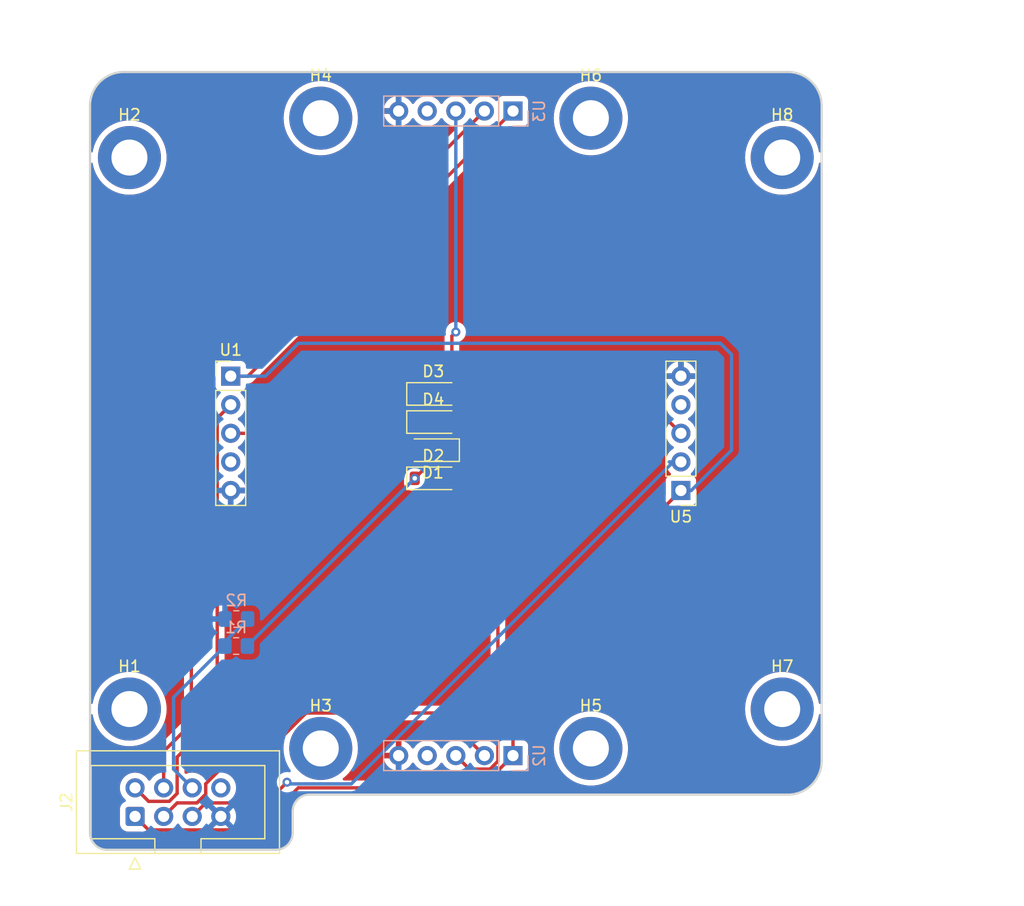
<source format=kicad_pcb>
(kicad_pcb (version 20240108) (generator "pcbnew") (generator_version "8.0")
  (layers (0 "F.Cu" signal) (31 "B.Cu" signal) (34 "B.Paste" user) (35 "F.Paste" user) (36 "B.SilkS" user "B.Silkscreen") (37 "F.SilkS" user "F.Silkscreen") (38 "B.Mask" user) (39 "F.Mask" user) (44 "Edge.Cuts" user))
  (net 0 "")
  (net 1 "5V")
  (net 2 "GND")
  (net 3 "TRIG1")
  (net 4 "TRIG2")
  (net 5 "TRIG3")
  (net 6 "TRIG4")
  (net 7 "Net-(D1-A)")
  (net 12 "ECHO")
  (net 13 "Net-(D2-A)")
  (net 14 "Net-(D3-A)")
  (net 15 "Net-(D4-A)")
  (net 16 "Net-(J2-Pin_6)")
  (footprint "MountingHole:MountingHole_3.2mm_M3_DIN965_Pad" (layer "F.Cu") (at 29.5 58.5)
    (property "Reference" "H5" (at 0 -3.8 0) (layer "F.SilkS"))
    (property "Value" "MountingHole")
    (pad "1" thru_hole circle (at 0 0) (size 5.6 5.6) (drill 3.2) (layers "*.Cu" "*.Mask"))
  )
  (footprint "Diode_SMD:D_SOD-123" (layer "F.Cu") (at 15.5 29.5)
    (property "Reference" "D4" (at 0 -2 360) (layer "F.SilkS"))
    (property "Value" "1N4148WT")
    (fp_line (start -2.36 -1) (end -2.36 1) (stroke (width 0.12)) (layer "F.SilkS"))
    (fp_line (start -2.36 -1) (end 1.65 -1) (stroke (width 0.12)) (layer "F.SilkS"))
    (fp_line (start -2.36 1) (end 1.65 1) (stroke (width 0.12)) (layer "F.SilkS"))
    (pad "1" smd roundrect (at -1.65 0) (size 0.9 1.2) (layers "F.Cu" "F.Paste" "F.Mask") (net 12 "ECHO"))
    (pad "2" smd roundrect (at 1.65 0) (size 0.9 1.2) (layers "F.Cu" "F.Paste" "F.Mask") (net 15 "Net-(D4-A)"))
  )
  (footprint "Diode_SMD:D_SOD-123" (layer "F.Cu") (at 15.5 34.5)
    (property "Reference" "D2" (at 0 -2 360) (layer "F.SilkS"))
    (property "Value" "1N4148WT")
    (fp_line (start -2.36 -1) (end -2.36 1) (stroke (width 0.12)) (layer "F.SilkS"))
    (fp_line (start -2.36 -1) (end 1.65 -1) (stroke (width 0.12)) (layer "F.SilkS"))
    (fp_line (start -2.36 1) (end 1.65 1) (stroke (width 0.12)) (layer "F.SilkS"))
    (pad "1" smd roundrect (at -1.65 0) (size 0.9 1.2) (layers "F.Cu" "F.Paste" "F.Mask") (net 12 "ECHO"))
    (pad "2" smd roundrect (at 1.65 0) (size 0.9 1.2) (layers "F.Cu" "F.Paste" "F.Mask") (net 13 "Net-(D2-A)"))
  )
  (footprint "Diode_SMD:D_SOD-123" (layer "F.Cu") (at 15.5 27)
    (property "Reference" "D3" (at 0 -2 360) (layer "F.SilkS"))
    (property "Value" "1N4148WT")
    (fp_line (start -2.36 -1) (end -2.36 1) (stroke (width 0.12)) (layer "F.SilkS"))
    (fp_line (start -2.36 -1) (end 1.65 -1) (stroke (width 0.12)) (layer "F.SilkS"))
    (fp_line (start -2.36 1) (end 1.65 1) (stroke (width 0.12)) (layer "F.SilkS"))
    (pad "1" smd roundrect (at -1.65 0) (size 0.9 1.2) (layers "F.Cu" "F.Paste" "F.Mask") (net 12 "ECHO"))
    (pad "2" smd roundrect (at 1.65 0) (size 0.9 1.2) (layers "F.Cu" "F.Paste" "F.Mask") (net 14 "Net-(D3-A)"))
  )
  (footprint "MountingHole:MountingHole_3.2mm_M3_DIN965_Pad" (layer "F.Cu") (at 46.5 6)
    (property "Reference" "H8" (at 0 -3.8 0) (layer "F.SilkS"))
    (property "Value" "MountingHole")
    (pad "1" thru_hole circle (at 0 0) (size 5.6 5.6) (drill 3.2) (layers "*.Cu" "*.Mask"))
  )
  (footprint "MountingHole:MountingHole_3.2mm_M3_DIN965_Pad" (layer "F.Cu") (at 29.5 2.5)
    (property "Reference" "H6" (at 0 -3.8 0) (layer "F.SilkS"))
    (property "Value" "MountingHole")
    (pad "1" thru_hole circle (at 0 0) (size 5.6 5.6) (drill 3.2) (layers "*.Cu" "*.Mask"))
  )
  (footprint "Connector_PinHeader_2.54mm:PinHeader_1x05_P2.54mm_Vertical" (layer "F.Cu") (at 37.5 35.58 180)
    (property "Reference" "U5" (at 0 -2.33 180) (layer "F.SilkS"))
    (property "Value" "~")
    (fp_line (start 1.33 1.27) (end 1.33 11.49) (stroke (width 0.12)) (layer "F.SilkS"))
    (fp_line (start -1.33 11.49) (end 1.33 11.49) (stroke (width 0.12)) (layer "F.SilkS"))
    (fp_line (start -1.33 1.27) (end 1.33 1.27) (stroke (width 0.12)) (layer "F.SilkS"))
    (fp_line (start -1.33 1.27) (end -1.33 11.49) (stroke (width 0.12)) (layer "F.SilkS"))
    (fp_line (start -1.33 0) (end -1.33 -1.33) (stroke (width 0.12)) (layer "F.SilkS"))
    (fp_line (start -1.33 -1.33) (end 0 -1.33) (stroke (width 0.12)) (layer "F.SilkS"))
    (pad "1" thru_hole rect (at 0 0 180) (size 1.7 1.7) (drill 1) (layers "*.Cu" "*.Mask") (net 1 "5V"))
    (pad "2" thru_hole oval (at 0 2.54 180) (size 1.7 1.7) (drill 1) (layers "*.Cu" "*.Mask") (net 6 "TRIG4"))
    (pad "3" thru_hole oval (at 0 5.08 180) (size 1.7 1.7) (drill 1) (layers "*.Cu" "*.Mask") (net 15 "Net-(D4-A)"))
    (pad "4" thru_hole oval (at 0 7.62 180) (size 1.7 1.7) (drill 1) (layers "*.Cu" "*.Mask"))
    (pad "5" thru_hole oval (at 0 10.16 180) (size 1.7 1.7) (drill 1) (layers "*.Cu" "*.Mask") (net 2 "GND"))
  )
  (footprint "MountingHole:MountingHole_3.2mm_M3_DIN965_Pad" (layer "F.Cu") (at -11.5 55)
    (property "Reference" "H1" (at 0 -3.8 0) (layer "F.SilkS"))
    (property "Value" "MountingHole")
    (pad "1" thru_hole circle (at 0 0) (size 5.6 5.6) (drill 3.2) (layers "*.Cu" "*.Mask"))
  )
  (footprint "MountingHole:MountingHole_3.2mm_M3_DIN965_Pad" (layer "F.Cu") (at 5.5 2.5)
    (property "Reference" "H4" (at 0 -3.8 0) (layer "F.SilkS"))
    (property "Value" "MountingHole")
    (pad "1" thru_hole circle (at 0 0) (size 5.6 5.6) (drill 3.2) (layers "*.Cu" "*.Mask"))
  )
  (footprint "Diode_SMD:D_SOD-123" (layer "F.Cu") (at 15.455 32 180)
    (property "Reference" "D1" (at 0 -2 180) (layer "F.SilkS"))
    (property "Value" "1N4148WT")
    (fp_line (start -2.36 1) (end 1.65 1) (stroke (width 0.12)) (layer "F.SilkS"))
    (fp_line (start -2.36 -1) (end 1.65 -1) (stroke (width 0.12)) (layer "F.SilkS"))
    (fp_line (start -2.36 -1) (end -2.36 1) (stroke (width 0.12)) (layer "F.SilkS"))
    (pad "1" smd roundrect (at -1.65 0 180) (size 0.9 1.2) (layers "F.Cu" "F.Paste" "F.Mask") (net 12 "ECHO"))
    (pad "2" smd roundrect (at 1.65 0 180) (size 0.9 1.2) (layers "F.Cu" "F.Paste" "F.Mask") (net 7 "Net-(D1-A)"))
  )
  (footprint "MountingHole:MountingHole_3.2mm_M3_DIN965_Pad" (layer "F.Cu") (at -11.5 6)
    (property "Reference" "H2" (at 0 -3.8 0) (layer "F.SilkS"))
    (property "Value" "MountingHole")
    (pad "1" thru_hole circle (at 0 0) (size 5.6 5.6) (drill 3.2) (layers "*.Cu" "*.Mask"))
  )
  (footprint "Connector_PinHeader_2.54mm:PinHeader_1x05_P2.54mm_Vertical" (layer "F.Cu") (at -2.5 25.42)
    (property "Reference" "U1" (at 0 -2.33 360) (layer "F.SilkS"))
    (property "Value" "~")
    (fp_line (start -1.33 -1.33) (end 0 -1.33) (stroke (width 0.12)) (layer "F.SilkS"))
    (fp_line (start -1.33 0) (end -1.33 -1.33) (stroke (width 0.12)) (layer "F.SilkS"))
    (fp_line (start -1.33 1.27) (end -1.33 11.49) (stroke (width 0.12)) (layer "F.SilkS"))
    (fp_line (start -1.33 1.27) (end 1.33 1.27) (stroke (width 0.12)) (layer "F.SilkS"))
    (fp_line (start -1.33 11.49) (end 1.33 11.49) (stroke (width 0.12)) (layer "F.SilkS"))
    (fp_line (start 1.33 1.27) (end 1.33 11.49) (stroke (width 0.12)) (layer "F.SilkS"))
    (pad "1" thru_hole rect (at 0 0) (size 1.7 1.7) (drill 1) (layers "*.Cu" "*.Mask") (net 1 "5V"))
    (pad "2" thru_hole oval (at 0 2.54) (size 1.7 1.7) (drill 1) (layers "*.Cu" "*.Mask") (net 3 "TRIG1"))
    (pad "3" thru_hole oval (at 0 5.08) (size 1.7 1.7) (drill 1) (layers "*.Cu" "*.Mask") (net 7 "Net-(D1-A)"))
    (pad "4" thru_hole oval (at 0 7.62) (size 1.7 1.7) (drill 1) (layers "*.Cu" "*.Mask"))
    (pad "5" thru_hole oval (at 0 10.16) (size 1.7 1.7) (drill 1) (layers "*.Cu" "*.Mask") (net 2 "GND"))
  )
  (footprint "MountingHole:MountingHole_3.2mm_M3_DIN965_Pad" (layer "F.Cu") (at 5.5 58.5)
    (property "Reference" "H3" (at 0 -3.8 0) (layer "F.SilkS"))
    (property "Value" "MountingHole")
    (pad "1" thru_hole circle (at 0 0) (size 5.6 5.6) (drill 3.2) (layers "*.Cu" "*.Mask"))
  )
  (footprint "MountingHole:MountingHole_3.2mm_M3_DIN965_Pad" (layer "F.Cu") (at 46.5 55)
    (property "Reference" "H7" (at 0 -3.8 0) (layer "F.SilkS"))
    (property "Value" "MountingHole")
    (pad "1" thru_hole circle (at 0 0) (size 5.6 5.6) (drill 3.2) (layers "*.Cu" "*.Mask"))
  )
  (footprint "Connector_IDC:IDC-Header_2x04_P2.54mm_Vertical" (layer "F.Cu") (at -11 64.54 90)
    (property "Reference" "J2" (at 1.27 -6.1 270) (layer "F.SilkS"))
    (property "Value" "Conn_01x07")
    (fp_line (start 5.83 -5.21) (end 5.83 12.83) (stroke (width 0.12)) (layer "F.SilkS"))
    (fp_line (start -3.29 -5.21) (end 5.83 -5.21) (stroke (width 0.12)) (layer "F.SilkS"))
    (fp_line (start 4.52 -3.91) (end 4.52 11.53) (stroke (width 0.12)) (layer "F.SilkS"))
    (fp_line (start -1.98 -3.91) (end 4.52 -3.91) (stroke (width 0.12)) (layer "F.SilkS"))
    (fp_line (start -4.68 -0.5) (end -4.68 0.5) (stroke (width 0.12)) (layer "F.SilkS"))
    (fp_line (start -3.68 0) (end -4.68 -0.5) (stroke (width 0.12)) (layer "F.SilkS"))
    (fp_line (start -4.68 0.5) (end -3.68 0) (stroke (width 0.12)) (layer "F.SilkS"))
    (fp_line (start -1.98 1.76) (end -1.98 -3.91) (stroke (width 0.12)) (layer "F.SilkS"))
    (fp_line (start -3.29 1.76) (end -1.98 1.76) (stroke (width 0.12)) (layer "F.SilkS"))
    (fp_line (start -1.98 5.86) (end -1.98 5.86) (stroke (width 0.12)) (layer "F.SilkS"))
    (fp_line (start -1.98 5.86) (end -3.29 5.86) (stroke (width 0.12)) (layer "F.SilkS"))
    (fp_line (start 4.52 11.53) (end -1.98 11.53) (stroke (width 0.12)) (layer "F.SilkS"))
    (fp_line (start -1.98 11.53) (end -1.98 5.86) (stroke (width 0.12)) (layer "F.SilkS"))
    (fp_line (start 5.83 12.83) (end -3.29 12.83) (stroke (width 0.12)) (layer "F.SilkS"))
    (fp_line (start -3.29 12.83) (end -3.29 -5.21) (stroke (width 0.12)) (layer "F.SilkS"))
    (pad "1" thru_hole roundrect (at 0 0 90) (size 1.7 1.7) (drill 1) (layers "*.Cu" "*.Mask") (roundrect_rratio 0.1470588235) (net 1 "5V"))
    (pad "2" thru_hole circle (at 2.54 0 90) (size 1.7 1.7) (drill 1) (layers "*.Cu" "*.Mask") (net 3 "TRIG1"))
    (pad "3" thru_hole circle (at 0 2.54 90) (size 1.7 1.7) (drill 1) (layers "*.Cu" "*.Mask") (net 4 "TRIG2"))
    (pad "4" thru_hole circle (at 2.54 2.54 90) (size 1.7 1.7) (drill 1) (layers "*.Cu" "*.Mask") (net 5 "TRIG3"))
    (pad "5" thru_hole circle (at 0 5.08 90) (size 1.7 1.7) (drill 1) (layers "*.Cu" "*.Mask") (net 6 "TRIG4"))
    (pad "6" thru_hole circle (at 2.54 5.08 90) (size 1.7 1.7) (drill 1) (layers "*.Cu" "*.Mask") (net 16 "Net-(J2-Pin_6)"))
    (pad "7" thru_hole circle (at 0 7.62 90) (size 1.7 1.7) (drill 1) (layers "*.Cu" "*.Mask") (net 2 "GND"))
    (pad "8" thru_hole circle (at 2.54 7.62 90) (size 1.7 1.7) (drill 1) (layers "*.Cu" "*.Mask"))
  )
  (footprint "Connector_PinHeader_2.54mm:PinHeader_1x05_P2.54mm_Vertical" (layer "B.Cu") (at 22.58 1.865 90)
    (property "Reference" "U3" (at 0 2.33 270) (layer "B.SilkS") (effects (justify mirror)))
    (property "Value" "~")
    (fp_line (start 1.33 -11.49) (end -1.33 -11.49) (stroke (width 0.12)) (layer "B.SilkS"))
    (fp_line (start 1.33 -11.49) (end 1.33 -1.27) (stroke (width 0.12)) (layer "B.SilkS"))
    (fp_line (start -1.33 -11.49) (end -1.33 -1.27) (stroke (width 0.12)) (layer "B.SilkS"))
    (fp_line (start 1.33 -1.27) (end -1.33 -1.27) (stroke (width 0.12)) (layer "B.SilkS"))
    (fp_line (start 0 1.33) (end -1.33 1.33) (stroke (width 0.12)) (layer "B.SilkS"))
    (fp_line (start -1.33 1.33) (end -1.33 0) (stroke (width 0.12)) (layer "B.SilkS"))
    (pad "1" thru_hole rect (at 0 0 90) (size 1.7 1.7) (drill 1) (layers "*.Cu" "*.Mask") (net 1 "5V"))
    (pad "2" thru_hole oval (at 0 -2.54 90) (size 1.7 1.7) (drill 1) (layers "*.Cu" "*.Mask") (net 5 "TRIG3"))
    (pad "3" thru_hole oval (at 0 -5.08 90) (size 1.7 1.7) (drill 1) (layers "*.Cu" "*.Mask") (net 14 "Net-(D3-A)"))
    (pad "4" thru_hole oval (at 0 -7.62 90) (size 1.7 1.7) (drill 1) (layers "*.Cu" "*.Mask"))
    (pad "5" thru_hole oval (at 0 -10.16 90) (size 1.7 1.7) (drill 1) (layers "*.Cu" "*.Mask") (net 2 "GND"))
  )
  (footprint "Connector_PinHeader_2.54mm:PinHeader_1x05_P2.54mm_Vertical" (layer "B.Cu") (at 22.58 59.135 90)
    (property "Reference" "U2" (at 0 2.33 -90) (layer "B.SilkS") (effects (justify mirror)))
    (property "Value" "~")
    (fp_line (start 1.33 -11.49) (end -1.33 -11.49) (stroke (width 0.12)) (layer "B.SilkS"))
    (fp_line (start 1.33 -11.49) (end 1.33 -1.27) (stroke (width 0.12)) (layer "B.SilkS"))
    (fp_line (start -1.33 -11.49) (end -1.33 -1.27) (stroke (width 0.12)) (layer "B.SilkS"))
    (fp_line (start 1.33 -1.27) (end -1.33 -1.27) (stroke (width 0.12)) (layer "B.SilkS"))
    (fp_line (start 0 1.33) (end -1.33 1.33) (stroke (width 0.12)) (layer "B.SilkS"))
    (fp_line (start -1.33 1.33) (end -1.33 0) (stroke (width 0.12)) (layer "B.SilkS"))
    (pad "1" thru_hole rect (at 0 0 90) (size 1.7 1.7) (drill 1) (layers "*.Cu" "*.Mask") (net 1 "5V"))
    (pad "2" thru_hole oval (at 0 -2.54 90) (size 1.7 1.7) (drill 1) (layers "*.Cu" "*.Mask") (net 4 "TRIG2"))
    (pad "3" thru_hole oval (at 0 -5.08 90) (size 1.7 1.7) (drill 1) (layers "*.Cu" "*.Mask") (net 13 "Net-(D2-A)"))
    (pad "4" thru_hole oval (at 0 -7.62 90) (size 1.7 1.7) (drill 1) (layers "*.Cu" "*.Mask"))
    (pad "5" thru_hole oval (at 0 -10.16 90) (size 1.7 1.7) (drill 1) (layers "*.Cu" "*.Mask") (net 2 "GND"))
  )
  (footprint "Resistor_SMD:R_0805_2012Metric_Pad1.20x1.40mm_HandSolder" (layer "B.Cu") (at -2 47 180)
    (property "Reference" "R2" (at 0 1.65 180) (layer "B.SilkS") (effects (justify mirror)))
    (property "Value" "15k")
    (fp_line (start 0.227064 0.735) (end -0.227064 0.735) (stroke (width 0.12)) (layer "B.SilkS"))
    (fp_line (start 0.227064 -0.735) (end -0.227064 -0.735) (stroke (width 0.12)) (layer "B.SilkS"))
    (pad "1" smd roundrect (at -1 0 180) (size 1.2 1.4) (layers "B.Cu" "B.Paste" "B.Mask") (roundrect_rratio 0.2083333333) (net 16 "Net-(J2-Pin_6)"))
    (pad "2" smd roundrect (at 1 0 180) (size 1.2 1.4) (layers "B.Cu" "B.Paste" "B.Mask") (roundrect_rratio 0.2083333333) (net 2 "GND"))
  )
  (footprint "Resistor_SMD:R_0805_2012Metric_Pad1.20x1.40mm_HandSolder" (layer "B.Cu") (at -2.02 49.4 180)
    (property "Reference" "R1" (at 0 1.65 180) (layer "B.SilkS") (effects (justify mirror)))
    (property "Value" "10k")
    (fp_line (start 0.227064 0.735) (end -0.227064 0.735) (stroke (width 0.12)) (layer "B.SilkS"))
    (fp_line (start 0.227064 -0.735) (end -0.227064 -0.735) (stroke (width 0.12)) (layer "B.SilkS"))
    (pad "1" smd roundrect (at -1 0 180) (size 1.2 1.4) (layers "B.Cu" "B.Paste" "B.Mask") (roundrect_rratio 0.2083333333) (net 12 "ECHO"))
    (pad "2" smd roundrect (at 1 0 180) (size 1.2 1.4) (layers "B.Cu" "B.Paste" "B.Mask") (roundrect_rratio 0.2083333333) (net 16 "Net-(J2-Pin_6)"))
  )
  (gr_arc (start -13.499999 67.5) (mid -14.56066 67.06066) (end -15 65.999999) (stroke (width 0.2)) (layer "Edge.Cuts"))
  (gr_arc (start -15 1.400001) (mid -14.12132 -0.72132) (end -11.999999 -1.6) (stroke (width 0.2)) (layer "Edge.Cuts"))
  (gr_line (start 1.499999 67.5) (end -13.499999 67.5) (stroke (width 0.2)) (layer "Edge.Cuts"))
  (gr_line (start -15 59.6) (end -15 65.999999) (stroke (width 0.2)) (layer "Edge.Cuts"))
  (gr_line (start -15 5.5) (end -15 1.400001) (stroke (width 0.2)) (layer "Edge.Cuts"))
  (gr_arc (start 50 59.6) (mid 49.12132 61.72132) (end 47 62.6) (stroke (width 0.2)) (layer "Edge.Cuts"))
  (gr_line (start 50 55.5) (end 50 5.5) (stroke (width 0.2)) (layer "Edge.Cuts"))
  (gr_arc (start 3 65.999999) (mid 2.56066 67.06066) (end 1.499999 67.5) (stroke (width 0.2)) (layer "Edge.Cuts"))
  (gr_line (start 50 59.6) (end 50 55.5) (stroke (width 0.2)) (layer "Edge.Cuts"))
  (gr_arc (start 47 -1.6) (mid 49.12132 -0.72132) (end 50 1.4) (stroke (width 0.2)) (layer "Edge.Cuts"))
  (gr_arc (start 3 64.100001) (mid 3.43934 63.03934) (end 4.500001 62.6) (stroke (width 0.2)) (layer "Edge.Cuts"))
  (gr_line (start -15 55.5) (end -15 59.6) (stroke (width 0.2)) (layer "Edge.Cuts"))
  (gr_line (start 4.500001 62.6) (end 47 62.6) (stroke (width 0.2)) (layer "Edge.Cuts"))
  (gr_line (start -11.999999 -1.6) (end 47 -1.6) (stroke (width 0.2)) (layer "Edge.Cuts"))
  (gr_line (start 3 64.100001) (end 3 65.999999) (stroke (width 0.2)) (layer "Edge.Cuts"))
  (gr_line (start 50 1.4) (end 50 5.5) (stroke (width 0.2)) (layer "Edge.Cuts"))
  (gr_line (start -15 5.5) (end -15 55.5) (stroke (width 0.2)) (layer "Edge.Cuts"))
  (segment (start 22.58 59.135) (end 22.58 50.5) (width 0.3) (layer "F.Cu") (net 1))
  (segment (start -2.5 25.42) (end -0.975 25.42) (width 0.3) (layer "F.Cu") (net 1))
  (segment (start 22.58 59.135) (end 19.715 62) (width 0.3) (layer "F.Cu") (net 1))
  (segment (start -0.975 25.42) (end 22.58 1.865) (width 0.3) (layer "F.Cu") (net 1))
  (segment (start -9.8 65.74) (end -0.24 65.74) (width 0.3) (layer "F.Cu") (net 1))
  (segment (start 19.715 62) (end 3.5 62) (width 0.3) (layer "F.Cu") (net 1))
  (segment (start -11 64.54) (end -9.8 65.74) (width 0.3) (layer "F.Cu") (net 1))
  (segment (start 3.5 62) (end -0.24 65.74) (width 0.3) (layer "F.Cu") (net 1))
  (segment (start 22.58 50.5) (end 37.5 35.58) (width 0.3) (layer "F.Cu") (net 1))
  (segment (start 42 32) (end 42 23.5) (width 0.3) (layer "B.Cu") (net 1))
  (segment (start 37.5 35.58) (end 38.42 35.58) (width 0.3) (layer "B.Cu") (net 1))
  (segment (start 42 23.5) (end 41 22.5) (width 0.3) (layer "B.Cu") (net 1))
  (segment (start 3.5 22.5) (end 0.58 25.42) (width 0.3) (layer "B.Cu") (net 1))
  (segment (start 0.58 25.42) (end -2.5 25.42) (width 0.3) (layer "B.Cu") (net 1))
  (segment (start 38.42 35.58) (end 42 32) (width 0.3) (layer "B.Cu") (net 1))
  (segment (start 41 22.5) (end 3.5 22.5) (width 0.3) (layer "B.Cu") (net 1))
  (segment (start -3.7 29.16) (end -3.7 55.7) (width 0.3) (layer "F.Cu") (net 3))
  (segment (start -7.962943 63.2) (end -9.8 63.2) (width 0.3) (layer "F.Cu") (net 3))
  (segment (start -9.8 63.2) (end -11 62) (width 0.3) (layer "F.Cu") (net 3))
  (segment (start -7.26 59.26) (end -7.26 62.497057) (width 0.3) (layer "F.Cu") (net 3))
  (segment (start -3.7 55.7) (end -7.26 59.26) (width 0.3) (layer "F.Cu") (net 3))
  (segment (start -7.26 62.497057) (end -7.962943 63.2) (width 0.3) (layer "F.Cu") (net 3))
  (segment (start -3.7 29.16) (end -2.5 27.96) (width 0.3) (layer "F.Cu") (net 3))
  (segment (start -0.682943 60.22817) (end -3.305227 60.22817) (width 0.3) (layer "F.Cu") (net 4))
  (segment (start -3.305227 60.22817) (end -4.72 61.642943) (width 0.3) (layer "F.Cu") (net 4))
  (segment (start 4.195227 55.35) (end -0.682943 60.22817) (width 0.3) (layer "F.Cu") (net 4))
  (segment (start -5.5 63.34) (end -7.26 63.34) (width 0.3) (layer "F.Cu") (net 4))
  (segment (start -4.72 61.642943) (end -4.72 62.56) (width 0.3) (layer "F.Cu") (net 4))
  (segment (start -7.26 63.34) (end -8.46 64.54) (width 0.3) (layer "F.Cu") (net 4))
  (segment (start 20.04 59.135) (end 16.255 55.35) (width 0.3) (layer "F.Cu") (net 4))
  (segment (start -4.72 62.56) (end -5.5 63.34) (width 0.3) (layer "F.Cu") (net 4))
  (segment (start 16.255 55.35) (end 4.195227 55.35) (width 0.3) (layer "F.Cu") (net 4))
  (segment (start -6 25.5) (end -6 56.302943) (width 0.3) (layer "F.Cu") (net 5))
  (segment (start -4 23.5) (end -6 25.5) (width 0.3) (layer "F.Cu") (net 5))
  (segment (start -8.46 58.762943) (end -8.46 62) (width 0.3) (layer "F.Cu") (net 5))
  (segment (start -6 56.302943) (end -8.46 58.762943) (width 0.3) (layer "F.Cu") (net 5))
  (segment (start 20.04 1.865) (end -1.595 23.5) (width 0.3) (layer "F.Cu") (net 5))
  (segment (start -1.595 23.5) (end -4 23.5) (width 0.3) (layer "F.Cu") (net 5))
  (segment (start 0.66 63.34) (end 2.5 61.5) (width 0.3) (layer "F.Cu") (net 6))
  (segment (start -5.92 64.54) (end -4.72 63.34) (width 0.3) (layer "F.Cu") (net 6))
  (segment (start -4.72 63.34) (end 0.66 63.34) (width 0.3) (layer "F.Cu") (net 6))
  (via (at 2.5 61.5) (size 0.8) (drill 0.4) (layers "F.Cu" "B.Cu") (net 6))
  (segment (start 36.817943 33.04) (end 37.5 33.04) (width 0.3) (layer "B.Cu") (net 6))
  (segment (start 2.5 61.5) (end 2.65 61.65) (width 0.3) (layer "B.Cu") (net 6))
  (segment (start 8.207943 61.65) (end 36.817943 33.04) (width 0.3) (layer "B.Cu") (net 6))
  (segment (start 2.65 61.65) (end 8.207943 61.65) (width 0.3) (layer "B.Cu") (net 6))
  (segment (start 37.5 33.04) (end 36.46 33.04) (width 0.3) (layer "B.Cu") (net 6))
  (segment (start -2.5 30.5) (end 12.305 30.5) (width 0.3) (layer "F.Cu") (net 7))
  (segment (start 12.305 30.5) (end 13.805 32) (width 0.3) (layer "F.Cu") (net 7))
  (segment (start 13.85 27) (end 13.85 29.5) (width 0.3) (layer "F.Cu") (net 12))
  (segment (start 13.85 29.5) (end 16.35 32) (width 0.3) (layer "F.Cu") (net 12))
  (segment (start 17.105 32) (end 16.35 32) (width 0.3) (layer "F.Cu") (net 12))
  (segment (start 16.35 32) (end 13.85 34.5) (width 0.3) (layer "F.Cu") (net 12))
  (via (at 13.85 34.5) (size 0.8) (drill 0.4) (layers "F.Cu" "B.Cu") (net 12))
  (segment (start -1.02 49.37) (end 13.85 34.5) (width 0.3) (layer "B.Cu") (net 12))
  (segment (start -1.02 49.4) (end -1.02 49.37) (width 0.3) (layer "B.Cu") (net 12))
  (segment (start 21.24 59.632057) (end 20.537057 60.335) (width 0.3) (layer "F.Cu") (net 13))
  (segment (start 21.24 38.59) (end 21.24 59.632057) (width 0.3) (layer "F.Cu") (net 13))
  (segment (start 20.537057 60.335) (end 18.7 60.335) (width 0.3) (layer "F.Cu") (net 13))
  (segment (start 17.15 34.5) (end 21.24 38.59) (width 0.3) (layer "F.Cu") (net 13))
  (segment (start 18.7 60.335) (end 17.5 59.135) (width 0.3) (layer "F.Cu") (net 13))
  (segment (start 17.5 21.5) (end 17.15 21.85) (width 0.3) (layer "F.Cu") (net 14))
  (segment (start 17.15 21.85) (end 17.15 27) (width 0.3) (layer "F.Cu") (net 14))
  (via (at 17.5 21.5) (size 0.8) (drill 0.4) (layers "F.Cu" "B.Cu") (net 14))
  (segment (start 17.5 1.865) (end 17.5 21.5) (width 0.3) (layer "B.Cu") (net 14))
  (segment (start 36.5 29.5) (end 37.5 30.5) (width 0.3) (layer "F.Cu") (net 15))
  (segment (start 17.15 29.5) (end 36.5 29.5) (width 0.3) (layer "F.Cu") (net 15))
  (segment (start -3.02 49.4) (end -3.02 49.02) (width 0.3) (layer "B.Cu") (net 16))
  (segment (start -7.58 53.96) (end -3.02 49.4) (width 0.3) (layer "B.Cu") (net 16))
  (segment (start -5.92 62) (end -7.58 60.34) (width 0.3) (layer "B.Cu") (net 16))
  (segment (start -7.58 60.34) (end -7.58 53.96) (width 0.3) (layer "B.Cu") (net 16))
  (segment (start -3.02 49.02) (end -1 47) (width 0.3) (layer "B.Cu") (net 16))
  (zone (net 2) (net_name "GND") (layers "F&B.Cu") (connect_pads (clearance 0.5)) (min_thickness 0.25) (fill yes (thermal_gap 0.5) (thermal_bridge_width 0.5))
    (polygon (pts (xy -21.5 -6.5) (xy 68 -8) (xy 66 70.5) (xy -23 72.5)))
  )
)
</source>
